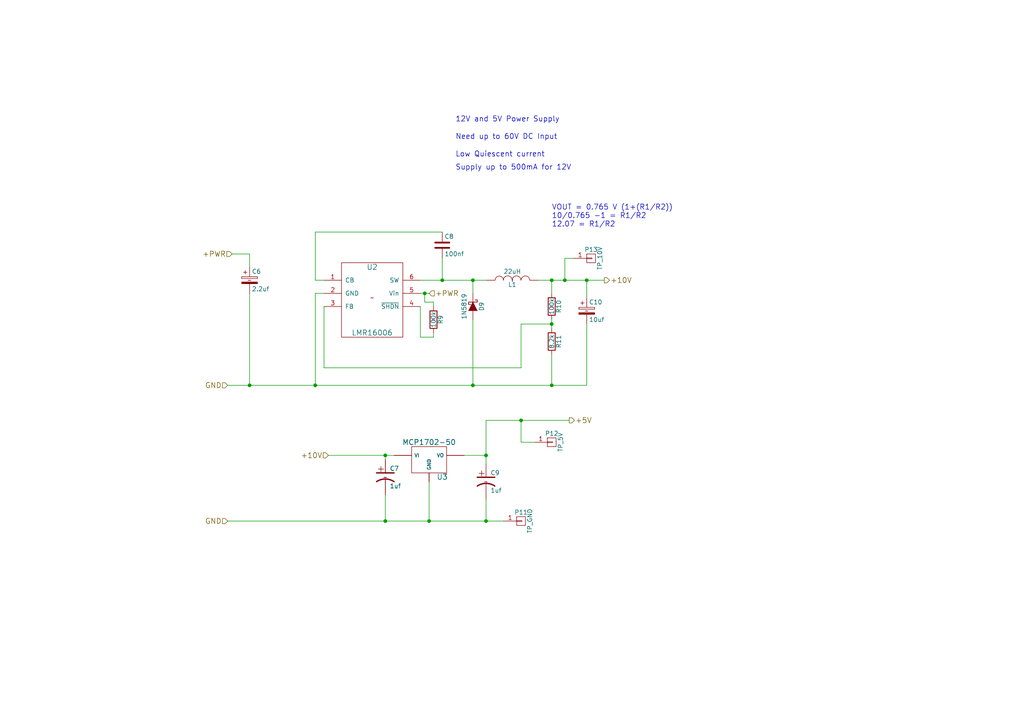
<source format=kicad_sch>
(kicad_sch (version 20230121) (generator eeschema)
  (paper "A4")
  (title_block (title "Renewable Regulator") (date "2017-04-04") (rev "1") (company "RE-Innovation"))
  (lib_symbols
    (symbol "RenewableRegulatorPCB_2017-rescue:C" (pin_numbers hide) (pin_names (offset 0.254))
      (property "Reference" "C" (at 0.635 2.54 0))
      (property "Value" "C" (at 0.635 -2.54 0))
      (symbol "C_0_1"
        (polyline (pts (xy -2.032 -0.762) (xy 2.032 -0.762)) (stroke (width 0.508)))
        (polyline (pts (xy -2.032 0.762) (xy 2.032 0.762)) (stroke (width 0.508)))
      )
      (symbol "C_1_1"
        (pin passive line (at 0 3.81 270) (length 2.794) (name "~") (number "1"))
        (pin passive line (at 0 -3.81 90) (length 2.794) (name "~") (number "2"))
      )
    )
    (symbol "RenewableRegulatorPCB_2017-rescue:CONN_01X01" (pin_names (offset 1.016) hide)
      (property "Reference" "P" (at 0 2.54 0))
      (property "Value" "CONN_01X01" (at 2.54 0 90))
      (symbol "CONN_01X01_0_1"
        (rectangle (start -1.27 0.127) (end 0.254 -0.127))
        (rectangle (start -1.27 1.27) (end 1.27 -1.27))
      )
      (symbol "CONN_01X01_1_1"
        (pin passive line (at -5.08 0 0) (length 3.81) (name "P1") (number "1"))
      )
    )
    (symbol "RenewableRegulatorPCB_2017-rescue:CP" (pin_numbers hide) (pin_names (offset 0.254))
      (property "Reference" "C" (at 0.635 2.54 0))
      (property "Value" "CP" (at 0.635 -2.54 0))
      (symbol "CP_0_1"
        (rectangle (start -2.286 0.508) (end -2.286 1.016))
        (rectangle (start -2.286 0.508) (end 2.286 0.508))
        (polyline (pts (xy -1.778 2.286) (xy -0.762 2.286)))
        (polyline (pts (xy -1.27 2.794) (xy -1.27 1.778)))
        (rectangle (start 2.286 -0.508) (end -2.286 -1.016) (fill (type outline)))
        (rectangle (start 2.286 1.016) (end -2.286 1.016))
        (rectangle (start 2.286 1.016) (end 2.286 0.508))
      )
      (symbol "CP_1_1"
        (pin passive line (at 0 3.81 270) (length 2.794) (name "~") (number "1"))
        (pin passive line (at 0 -3.81 90) (length 2.794) (name "~") (number "2"))
      )
    )
    (symbol "RenewableRegulatorPCB_2017-rescue:CP1-RESCUE-RenewableRegulatorPCB_2017" (pin_numbers hide) (pin_names (offset 0.254) hide)
      (property "Reference" "C" (at 1.27 2.54 0))
      (property "Value" "CP1-RESCUE-RenewableRegulatorPCB_2017" (at 1.27 -2.54 0))
      (symbol "CP1-RESCUE-RenewableRegulatorPCB_2017_0_0"
        (text "+" (at -1.27 2.54 0) (effects (font (size 2.032 2.032))))
      )
      (symbol "CP1-RESCUE-RenewableRegulatorPCB_2017_0_1"
        (polyline (pts (xy -2.54 1.27) (xy 2.54 1.27) (xy 1.27 1.27) (xy 1.27 1.27)) (stroke (width 0.381)))
        (arc (start 2.54 -1.27) (mid 0 -0.5009) (end -2.54 -1.27) (stroke (width 0.381)))
      )
      (symbol "CP1-RESCUE-RenewableRegulatorPCB_2017_1_1"
        (pin passive line (at 0 5.08 270) (length 3.81) (name "~") (number "1"))
        (pin passive line (at 0 -5.08 90) (length 4.572) (name "~") (number "2"))
      )
    )
    (symbol "RenewableRegulatorPCB_2017-rescue:D_Schottky" (pin_numbers hide) (pin_names (offset 1.016) hide)
      (property "Reference" "D" (at 0 2.54 0))
      (property "Value" "D_Schottky" (at 0 -2.54 0))
      (symbol "D_Schottky_0_1"
        (polyline (pts (xy 1.27 1.27) (xy -1.27 0) (xy 1.27 -1.27)) (fill (type outline)))
        (polyline (pts (xy -1.905 0.635) (xy -1.905 1.27) (xy -1.27 1.27) (xy -1.27 -1.27) (xy -0.635 -1.27) (xy -0.635 -0.635)) (stroke (width 0.2032)))
      )
      (symbol "D_Schottky_1_1"
        (pin passive line (at -3.81 0 0) (length 2.54) (name "K") (number "1"))
        (pin passive line (at 3.81 0 180) (length 2.54) (name "A") (number "2"))
      )
    )
    (symbol "RenewableRegulatorPCB_2017-rescue:INDUCTOR" (pin_numbers hide) (pin_names (offset 1.016) hide)
      (property "Reference" "L" (at -1.27 0 90))
      (property "Value" "INDUCTOR" (at 2.54 0 90))
      (symbol "INDUCTOR_0_1"
        (arc (start 0.0254 -5.0546) (mid 1.2449 -3.8097) (end 0.0254 -2.54))
        (arc (start 0.0254 -2.5146) (mid 1.2703 -1.2444) (end 0.0254 0.0508))
        (arc (start 0.0254 0.0254) (mid 1.2703 1.2956) (end 0.0254 2.5908))
        (arc (start 0.0254 2.5654) (mid 1.1941 3.7595) (end 0.0254 4.9784))
      )
      (symbol "INDUCTOR_1_1"
        (pin passive line (at 0 7.62 270) (length 2.54) (name "1") (number "1"))
        (pin passive line (at 0 -7.62 90) (length 2.54) (name "2") (number "2"))
      )
    )
    (symbol "RenewableRegulatorPCB_2017-rescue:LMR16006" (pin_names (offset 1.016))
      (property "Reference" "U" (at 0 8.89 0))
      (property "Value" "LMR16006" (at 0 -10.16 0))
      (symbol "LMR16006_0_1"
        (rectangle (start -8.89 10.16) (end 8.89 -11.43))
      )
      (symbol "LMR16006_1_1"
        (pin input line (at -13.97 5.08 0) (length 5.08) (name "CB") (number "1"))
        (pin input line (at -13.97 1.27 0) (length 5.08) (name "GND") (number "2"))
        (pin input line (at -13.97 -2.54 0) (length 5.08) (name "FB") (number "3"))
        (pin input line (at 13.97 -2.54 180) (length 5.08) (name "~{SHDN}") (number "4"))
        (pin input line (at 13.97 1.27 180) (length 5.08) (name "Vin") (number "5"))
        (pin input line (at 13.97 5.08 180) (length 5.08) (name "SW") (number "6"))
      )
    )
    (symbol "RenewableRegulatorPCB_2017-rescue:MCP1702-50" (pin_numbers hide) (pin_names (offset 0.762))
      (property "Reference" "U" (at 3.81 -4.9784 0))
      (property "Value" "MCP1702-50" (at 0 5.08 0))
      (symbol "MCP1702-50_0_1"
        (rectangle (start -5.08 -3.81) (end 5.08 3.81))
      )
      (symbol "MCP1702-50_1_1"
        (pin input line (at 0 -6.35 90) (length 2.54) (name "GND") (number "GND"))
        (pin input line (at -10.16 1.27 0) (length 5.08) (name "VI") (number "VI"))
        (pin power_out line (at 10.16 1.27 180) (length 5.08) (name "VO") (number "VO"))
      )
    )
    (symbol "RenewableRegulatorPCB_2017-rescue:R" (pin_numbers hide) (pin_names (offset 0))
      (property "Reference" "R" (at 2.032 0 90))
      (property "Value" "R" (at 0 0 90))
      (symbol "R_0_1"
        (rectangle (start -1.016 -2.54) (end 1.016 2.54) (stroke (width 0.254)))
      )
      (symbol "R_1_1"
        (pin passive line (at 0 3.81 270) (length 1.27) (name "~") (number "1"))
        (pin passive line (at 0 -3.81 90) (length 1.27) (name "~") (number "2"))
      )
    )
  )
  (junction (at 72.39 111.76))
  (junction (at 128.27 81.28))
  (junction (at 124.46 151.13))
  (junction (at 140.97 151.13))
  (junction (at 160.02 81.28))
  (junction (at 123.19 85.09))
  (junction (at 111.76 151.13))
  (junction (at 137.16 81.28))
  (junction (at 91.44 111.76))
  (junction (at 137.16 111.76))
  (junction (at 111.76 132.08))
  (junction (at 170.18 81.28))
  (junction (at 160.02 93.98))
  (junction (at 163.83 81.28))
  (junction (at 151.13 121.92))
  (junction (at 160.02 111.76))
  (junction (at 140.97 132.08))
  (wire (pts (xy 121.92 97.79) (xy 125.73 97.79)))
  (wire (pts (xy 151.13 93.98) (xy 160.02 93.98)))
  (wire (pts (xy 72.39 77.47) (xy 72.39 73.66)))
  (wire (pts (xy 151.13 106.68) (xy 151.13 93.98)))
  (wire (pts (xy 72.39 85.09) (xy 72.39 111.76)))
  (wire (pts (xy 95.25 132.08) (xy 111.76 132.08)))
  (wire (pts (xy 170.18 111.76) (xy 170.18 93.98)))
  (wire (pts (xy 93.98 106.68) (xy 151.13 106.68)))
  (wire (pts (xy 111.76 133.35) (xy 111.76 132.08)))
  (wire (pts (xy 123.19 85.09) (xy 124.46 85.09)))
  (wire (pts (xy 170.18 81.28) (xy 175.26 81.28)))
  (wire (pts (xy 154.94 128.27) (xy 151.13 128.27)))
  (wire (pts (xy 124.46 151.13) (xy 140.97 151.13)))
  (wire (pts (xy 160.02 93.98) (xy 160.02 92.71)))
  (wire (pts (xy 137.16 85.09) (xy 137.16 81.28)))
  (wire (pts (xy 66.04 151.13) (xy 111.76 151.13)))
  (wire (pts (xy 128.27 74.93) (xy 128.27 81.28)))
  (wire (pts (xy 137.16 81.28) (xy 140.97 81.28)))
  (wire (pts (xy 72.39 73.66) (xy 67.31 73.66)))
  (wire (pts (xy 121.92 85.09) (xy 123.19 85.09)))
  (wire (pts (xy 170.18 86.36) (xy 170.18 81.28)))
  (wire (pts (xy 137.16 111.76) (xy 160.02 111.76)))
  (wire (pts (xy 93.98 85.09) (xy 91.44 85.09)))
  (wire (pts (xy 156.21 81.28) (xy 160.02 81.28)))
  (wire (pts (xy 111.76 143.51) (xy 111.76 151.13)))
  (wire (pts (xy 91.44 67.31) (xy 91.44 81.28)))
  (wire (pts (xy 160.02 81.28) (xy 163.83 81.28)))
  (wire (pts (xy 124.46 139.7) (xy 124.46 151.13)))
  (wire (pts (xy 111.76 151.13) (xy 124.46 151.13)))
  (wire (pts (xy 134.62 132.08) (xy 140.97 132.08)))
  (wire (pts (xy 121.92 81.28) (xy 128.27 81.28)))
  (wire (pts (xy 125.73 88.9) (xy 125.73 87.63)))
  (wire (pts (xy 72.39 111.76) (xy 91.44 111.76)))
  (wire (pts (xy 163.83 81.28) (xy 170.18 81.28)))
  (wire (pts (xy 160.02 111.76) (xy 170.18 111.76)))
  (wire (pts (xy 125.73 97.79) (xy 125.73 96.52)))
  (wire (pts (xy 160.02 111.76) (xy 160.02 102.87)))
  (wire (pts (xy 160.02 85.09) (xy 160.02 81.28)))
  (wire (pts (xy 123.19 87.63) (xy 123.19 85.09)))
  (wire (pts (xy 140.97 144.78) (xy 140.97 151.13)))
  (wire (pts (xy 66.04 111.76) (xy 72.39 111.76)))
  (wire (pts (xy 125.73 87.63) (xy 123.19 87.63)))
  (wire (pts (xy 128.27 81.28) (xy 137.16 81.28)))
  (wire (pts (xy 163.83 74.93) (xy 163.83 81.28)))
  (wire (pts (xy 91.44 111.76) (xy 137.16 111.76)))
  (wire (pts (xy 111.76 132.08) (xy 114.3 132.08)))
  (wire (pts (xy 160.02 95.25) (xy 160.02 93.98)))
  (wire (pts (xy 91.44 85.09) (xy 91.44 111.76)))
  (wire (pts (xy 121.92 88.9) (xy 121.92 97.79)))
  (wire (pts (xy 137.16 92.71) (xy 137.16 111.76)))
  (wire (pts (xy 166.37 74.93) (xy 163.83 74.93)))
  (wire (pts (xy 128.27 67.31) (xy 91.44 67.31)))
  (wire (pts (xy 91.44 81.28) (xy 93.98 81.28)))
  (wire (pts (xy 140.97 132.08) (xy 140.97 134.62)))
  (wire (pts (xy 93.98 88.9) (xy 93.98 106.68)))
  (wire (pts (xy 140.97 121.92) (xy 140.97 132.08)))
  (wire (pts (xy 140.97 151.13) (xy 146.05 151.13)))
  (wire (pts (xy 140.97 121.92) (xy 151.13 121.92)))
  (wire (pts (xy 151.13 121.92) (xy 165.1 121.92)))
  (wire (pts (xy 151.13 128.27) (xy 151.13 121.92)))
  (text "VOUT = 0.765 V (1+(R1/R2))\n10/0.765 -1 = R1/R2\n12.07 = R1/R2" (at 160.02 66.04 0) (effects (font (size 1.524 1.524)) (justify left bottom)))
  (text "Need up to 60V DC Input" (at 132.08 40.64 0) (effects (font (size 1.524 1.524)) (justify left bottom)))
  (text "Supply up to 500mA for 12V" (at 132.08 49.53 0) (effects (font (size 1.524 1.524)) (justify left bottom)))
  (text "Low Quiescent current" (at 132.08 45.72 0) (effects (font (size 1.524 1.524)) (justify left bottom)))
  (text "12V and 5V Power Supply" (at 132.08 35.56 0) (effects (font (size 1.524 1.524)) (justify left bottom)))
  (hierarchical_label "+5V" (shape output) (at 165.1 121.92 0) (effects (font (size 1.524 1.524))))
  (hierarchical_label "+PWR" (shape input) (at 124.46 85.09 0) (effects (font (size 1.524 1.524))))
  (hierarchical_label "+10V" (shape output) (at 175.26 81.28 0) (effects (font (size 1.524 1.524))))
  (hierarchical_label "+10V" (shape input) (at 95.25 132.08 180) (effects (font (size 1.524 1.524))))
  (hierarchical_label "+PWR" (shape input) (at 67.31 73.66 180) (effects (font (size 1.524 1.524))))
  (hierarchical_label "GND" (shape input) (at 66.04 151.13 180) (effects (font (size 1.524 1.524))))
  (hierarchical_label "GND" (shape input) (at 66.04 111.76 180) (effects (font (size 1.524 1.524))))
  (symbol (lib_id "RenewableRegulatorPCB_2017-rescue:CP1-RESCUE-RenewableRegulatorPCB_2017") (at 111.76 138.43 0) (unit 1)
    (property "Reference" "C7" (at 113.03 135.89 0) (effects (justify left)))
    (property "Value" "1uf" (at 113.03 140.97 0) (effects (justify left)))
    (property "Footprint" "RenewableRegulatorPCB_2017_Library_Yoan:Capacitor_C7_1V7_TH" (effects hide))
    (property "Notes" "~" (at 111.76 138.43 0) (effects (font (size 1.524 1.524))))
    (property "Description" ">25V Electrolytic/Ceramic" (effects hide))
    (property "Manufacturer" "Murata" (effects hide))
    (property "Manufacturer Part No" "RCER71H105K2M1H03A" (effects hide))
    (property "Supplier 1" "RS" (effects hide))
    (property "Supplier 1 Part No" "841-0755" (effects hide))
    (property "Supplier 1 Cost" "0.28" (effects hide))
  )
  (symbol (lib_id "RenewableRegulatorPCB_2017-rescue:LMR16006") (at 107.95 86.36 0) (unit 1)
    (property "Reference" "U2" (at 107.95 77.47 0) (effects (font (size 1.524 1.524))))
    (property "Value" "LMR16006" (at 107.95 96.52 0) (effects (font (size 1.524 1.524))))
    (property "Footprint" "REInnovationFootprint:SM_SOT23-6" (effects hide))
    (property "Datasheet" "http://www.ti.com/lit/ds/symlink/lmr16006.pdf" (effects hide))
    (property "Notes" "~" (at 107.95 86.36 0) (effects (font (size 1.524 1.524))))
    (property "Description" "60V 0.6A Buck Reg" (effects hide))
    (property "Manufacturer" "TI" (effects hide))
    (property "Manufacturer Part No" "LMR16006YDDCT" (effects hide))
    (property "Supplier 1" "RS" (effects hide))
    (property "Supplier 1 Part No" "900-9790" (effects hide))
    (property "Supplier 1 Cost" "2.495" (effects hide))
  )
  (symbol (lib_id "RenewableRegulatorPCB_2017-rescue:D_Schottky") (at 137.16 88.9 270) (unit 1)
    (property "Reference" "D9" (at 139.7 88.9 0))
    (property "Value" "1N5819" (at 134.62 88.9 0))
    (property "Footprint" "REInnovationFootprint:TH_Diode_1" (effects hide))
    (property "Datasheet" "https://www.diodes.com/assets/Datasheets/ds23001.pdf" (effects hide))
    (property "Notes" "~" (at 137.16 88.9 0) (effects (font (size 1.524 1.524))))
    (property "Description" "1A 0.850V Schottky 1A" (effects hide))
    (property "Manufacturer" "Diodes Inc" (effects hide))
    (property "Manufacturer Part No" "1N5819" (effects hide))
    (property "Supplier 1" "Aliexpress" (effects hide))
  )
  (symbol (lib_id "RenewableRegulatorPCB_2017-rescue:CP") (at 72.39 81.28 0) (unit 1)
    (property "Reference" "C6" (at 73.025 78.74 0) (effects (justify left)))
    (property "Value" "2.2uf" (at 73.025 83.82 0) (effects (justify left)))
    (property "Footprint" "RenewableRegulatorPCB_2017_Library_Yoan:Capacitor_C6_1V7_TH" (effects hide))
    (property "Datasheet" "http://docs-europe.electrocomponents.com/webdocs/156e/0900766b8156ecdd.pdf" (effects hide))
    (property "Notes" "~" (at 72.39 81.28 0) (effects (font (size 1.524 1.524))))
    (property "Description" "60V+ Ceramic Low ESR" (effects hide))
    (property "Manufacturer" "Murata" (effects hide))
    (property "Manufacturer Part No" "RDEC72A225K3M1H03A" (effects hide))
    (property "Supplier 1" "RS" (effects hide))
    (property "Supplier 1 Part No" "133-5714" (effects hide))
    (property "Supplier 1 Cost" "0.79" (effects hide))
  )
  (symbol (lib_id "RenewableRegulatorPCB_2017-rescue:C") (at 128.27 71.12 0) (unit 1)
    (property "Reference" "C8" (at 128.905 68.58 0) (effects (justify left)))
    (property "Value" "100nf" (at 128.905 73.66 0) (effects (justify left)))
    (property "Footprint" "REInnovationFootprint:cond_1" (effects hide))
  )
  (symbol (lib_id "RenewableRegulatorPCB_2017-rescue:INDUCTOR") (at 148.59 81.28 90) (unit 1)
    (property "Reference" "L1" (at 148.59 82.55 90))
    (property "Value" "22uH" (at 148.59 78.74 90))
    (property "Footprint" "REInnovationFootprint:TH_Inductor" (effects hide))
    (property "Notes" "~" (at 148.59 81.28 0) (effects (font (size 1.524 1.524))))
    (property "Description" ">1.6A Rated 2.3A" (effects hide))
    (property "Manufacturer" "Wurth" (effects hide))
    (property "Manufacturer Part No" "744772220" (effects hide))
    (property "Supplier 1" "RS" (effects hide))
    (property "Supplier 1 Part No" "489-0043" (effects hide))
    (property "Supplier 1 Cost" "0.669" (effects hide))
  )
  (symbol (lib_id "RenewableRegulatorPCB_2017-rescue:R") (at 160.02 88.9 0) (unit 1)
    (property "Reference" "R10" (at 162.052 88.9 90))
    (property "Value" "100k" (at 160.02 88.9 90))
    (property "Footprint" "REInnovationFootprint:TH_Resistor_1" (effects hide))
    (property "Notes" "~" (at 160.02 88.9 0) (effects (font (size 1.524 1.524))))
  )
  (symbol (lib_id "RenewableRegulatorPCB_2017-rescue:R") (at 160.02 99.06 0) (unit 1)
    (property "Reference" "R11" (at 162.052 99.06 90))
    (property "Value" "8.2k" (at 160.02 99.06 90))
    (property "Footprint" "REInnovationFootprint:TH_Resistor_1" (effects hide))
  )
  (symbol (lib_id "RenewableRegulatorPCB_2017-rescue:MCP1702-50") (at 124.46 133.35 0) (unit 1)
    (property "Reference" "U3" (at 128.27 138.3284 0) (effects (font (size 1.524 1.524))))
    (property "Value" "MCP1702-50" (at 124.46 128.27 0) (effects (font (size 1.524 1.524))))
    (property "Footprint" "REInnovationFootprint:TH_TO92-EBC_large_pad_u3" (effects hide))
    (property "Datasheet" "http://docs-europe.electrocomponents.com/webdocs/0a77/0900766b80a77df4.pdf" (effects hide))
    (property "Notes" "~" (at 124.46 133.35 0) (effects (font (size 1.524 1.524))))
    (property "Description" "LDO 5V supply. 250mA" (effects hide))
    (property "Manufacturer" "MicroChip" (effects hide))
    (property "Manufacturer Part No" "MCP1702-5002E/TO" (effects hide))
    (property "Supplier 1" "RS" (effects hide))
    (property "Supplier 1 Part No" "403-856" (effects hide))
    (property "Supplier 1 Cost" "0.358" (effects hide))
  )
  (symbol (lib_id "RenewableRegulatorPCB_2017-rescue:R") (at 125.73 92.71 0) (unit 1)
    (property "Reference" "R9" (at 127.762 92.71 90))
    (property "Value" "100k" (at 125.73 92.71 90))
    (property "Footprint" "REInnovationFootprint:TH_Resistor_1" (effects hide))
    (property "Notes" "~" (at 125.73 92.71 0) (effects (font (size 1.524 1.524))))
  )
  (symbol (lib_id "RenewableRegulatorPCB_2017-rescue:CP") (at 170.18 90.17 0) (unit 1)
    (property "Reference" "C10" (at 170.815 87.63 0) (effects (justify left)))
    (property "Value" "10uf" (at 170.815 92.71 0) (effects (justify left)))
    (property "Footprint" "RenewableRegulatorPCB_2017_Library_Yoan:Capacitor_C10_1V7_TH" (effects hide))
    (property "Notes" "~" (at 170.18 90.17 0) (effects (font (size 1.524 1.524))))
    (property "Description" "Low ESR. 25V" (effects hide))
    (property "Manufacturer" "Panasonic" (effects hide))
    (property "Manufacturer Part No" "EEUFR1H100" (effects hide))
    (property "Supplier 1" "RS" (effects hide))
    (property "Supplier 1 Part No" "923-2745" (effects hide))
    (property "Supplier 1 Cost" "0.047" (effects hide))
  )
  (symbol (lib_id "RenewableRegulatorPCB_2017-rescue:CONN_01X01") (at 171.45 74.93 0) (unit 1)
    (property "Reference" "P13" (at 171.45 72.39 0))
    (property "Value" "TP_10V" (at 173.99 74.93 90))
    (property "Footprint" "REInnovationFootprint:tp" (effects hide))
  )
  (symbol (lib_id "RenewableRegulatorPCB_2017-rescue:CONN_01X01") (at 160.02 128.27 0) (unit 1)
    (property "Reference" "P12" (at 160.02 125.73 0))
    (property "Value" "TP_5V" (at 162.56 128.27 90))
    (property "Footprint" "REInnovationFootprint:tp" (effects hide))
  )
  (symbol (lib_id "RenewableRegulatorPCB_2017-rescue:CONN_01X01") (at 151.13 151.13 0) (unit 1)
    (property "Reference" "P11" (at 151.13 148.59 0))
    (property "Value" "TP_GND" (at 153.67 151.13 90))
    (property "Footprint" "REInnovationFootprint:tp" (effects hide))
  )
  (symbol (lib_id "RenewableRegulatorPCB_2017-rescue:CP1-RESCUE-RenewableRegulatorPCB_2017") (at 140.97 139.7 0) (unit 1)
    (property "Reference" "C9" (at 142.24 137.16 0) (effects (justify left)))
    (property "Value" "1uf" (at 142.24 142.24 0) (effects (justify left)))
    (property "Footprint" "RenewableRegulatorPCB_2017_Library_Yoan:Capacitor_C9_1V7_TH" (effects hide))
    (property "Notes" "~" (at 140.97 139.7 0) (effects (font (size 1.524 1.524))))
    (property "Description" ">25V Electrolytic/Ceramic" (effects hide))
    (property "Manufacturer" "Murata" (effects hide))
    (property "Manufacturer Part No" "RCER71H105K2M1H03A" (effects hide))
    (property "Supplier 1" "RS" (effects hide))
    (property "Supplier 1 Part No" "841-0755" (effects hide))
    (property "Supplier 1 Cost" "0.28" (effects hide))
  )
)
</source>
